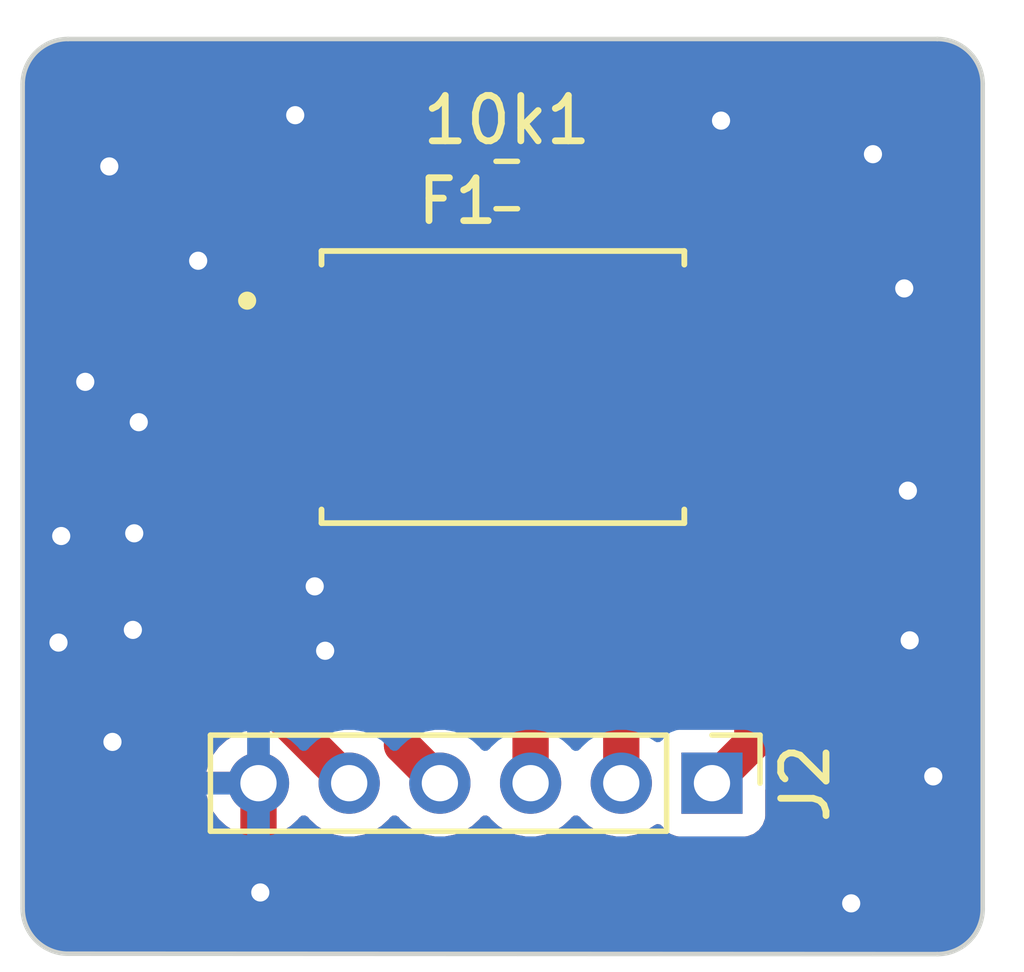
<source format=kicad_pcb>
(kicad_pcb (version 20221018) (generator pcbnew)
  (layers (0 "F.Cu" signal) (31 "B.Cu" signal) (34 "B.Paste" user) (35 "F.Paste" user) (36 "B.SilkS" user "B.Silkscreen") (37 "F.SilkS" user "F.Silkscreen") (38 "B.Mask" user) (39 "F.Mask" user) (44 "Edge.Cuts" user))
  (net 0 "")
  (net 1 "CS")
  (net 2 "VCC")
  (net 3 "D0{slash}MISO")
  (net 5 "GND")
  (net 6 "DI{slash}MOSI")
  (net 8 "Clk")
  (footprint "21xt_footprints:SPIFLASH" (layer "F.Cu") (at 143.64 84.465)
    (fp_text reference "F1" (at -1 -4.1) (layer "F.SilkS") (effects (font (size 0.944882 0.944882))))
    (fp_text value "~")
    (fp_line (start -4 -3) (end 4 -3) (stroke (width 0.127)) (layer "F.SilkS"))
    (fp_line (start -4 -2.7) (end -4 -3) (stroke (width 0.127)) (layer "F.SilkS"))
    (fp_line (start -4 3) (end -4 2.7) (stroke (width 0.127)) (layer "F.SilkS"))
    (fp_line (start 4 -3) (end 4 -2.7) (stroke (width 0.127)) (layer "F.SilkS"))
    (fp_line (start 4 3) (end -4 3) (stroke (width 0.127)) (layer "F.SilkS"))
    (fp_line (start 4 3) (end 4 2.7) (stroke (width 0.127)) (layer "F.SilkS"))
    (fp_circle (center -5.64 -1.905) (end -5.54 -1.905) (stroke (width 0.2)) (fill none) (layer "F.SilkS"))
    (pad "1" smd rect (at -4.15 -1.905) (size 1.5 0.8) (layers "F.Cu" "F.Mask") (net 1 "CS"))
    (pad "2" smd rect (at -4.15 -0.635) (size 1.5 0.8) (layers "F.Cu" "F.Mask") (net 3 "D0{slash}MISO"))
    (pad "3" smd rect (at -4.15 0.635) (size 1.5 0.8) (layers "F.Cu" "F.Mask"))
    (pad "4" smd rect (at -4.15 1.905) (size 1.5 0.8) (layers "F.Cu" "F.Mask") (net 5 "GND"))
    (pad "5" smd rect (at 4.15 1.905) (size 1.5 0.8) (layers "F.Cu" "F.Mask") (net 6 "DI{slash}MOSI"))
    (pad "6" smd rect (at 4.15 0.635) (size 1.5 0.8) (layers "F.Cu" "F.Mask"))
    (pad "7" smd rect (at 4.15 -0.635) (size 1.5 0.8) (layers "F.Cu" "F.Mask") (net 8 "Clk"))
    (pad "8" smd rect (at 4.15 -1.905) (size 1.5 0.8) (layers "F.Cu" "F.Mask") (net 2 "VCC"))
    (pad "9" smd rect (at 0 0) (size 3.25 4.05) (layers "F.Cu" "F.Mask"))
  )
  (footprint "Resistor_SMD:R_0603_1608Metric" (layer "F.Cu") (at 143.725 80.01)
    (fp_text reference "10k1" (at 0 -1.43) (layer "F.SilkS"))
    (fp_text value "Rpu" hide)
    (fp_line (start -0.237258 -0.5225) (end 0.237258 -0.5225) (stroke (width 0.12)) (layer "F.SilkS"))
    (fp_line (start -0.237258 0.5225) (end 0.237258 0.5225) (stroke (width 0.12)) (layer "F.SilkS"))
    (pad "1" smd roundrect (at -0.825 0) (size 0.8 0.95) (layers "F.Cu" "F.Paste" "F.Mask") (net 1 "CS"))
    (pad "2" smd roundrect (at 0.825 0) (size 0.8 0.95) (layers "F.Cu" "F.Paste" "F.Mask") (net 2 "VCC"))
  )
  (footprint "Connector_PinHeader_2.00mm:PinHeader_1x06_P2.00mm_Vertical" (layer "F.Cu") (at 148.25 93.2 -90)
    (fp_text reference "J2" (at 0 -2.06 90) (layer "F.SilkS"))
    (fp_text value "Conn_01x06" hide)
    (fp_line (start -1.06 -1.06) (end 0 -1.06) (stroke (width 0.12)) (layer "F.SilkS"))
    (fp_line (start -1.06 0) (end -1.06 -1.06) (stroke (width 0.12)) (layer "F.SilkS"))
    (fp_line (start -1.06 1) (end -1.06 11.06) (stroke (width 0.12)) (layer "F.SilkS"))
    (fp_line (start -1.06 1) (end 1.06 1) (stroke (width 0.12)) (layer "F.SilkS"))
    (fp_line (start -1.06 11.06) (end 1.06 11.06) (stroke (width 0.12)) (layer "F.SilkS"))
    (fp_line (start 1.06 1) (end 1.06 11.06) (stroke (width 0.12)) (layer "F.SilkS"))
    (pad "1" thru_hole rect (at 0 0 270) (size 1.35 1.35) (drill 0.8) (layers "*.Cu" "*.Mask") (net 2 "VCC"))
    (pad "2" thru_hole oval (at 0 2 270) (size 1.35 1.35) (drill 0.8) (layers "*.Cu" "*.Mask") (net 6 "DI{slash}MOSI"))
    (pad "3" thru_hole oval (at 0 4 270) (size 1.35 1.35) (drill 0.8) (layers "*.Cu" "*.Mask") (net 8 "Clk"))
    (pad "4" thru_hole oval (at 0 6 270) (size 1.35 1.35) (drill 0.8) (layers "*.Cu" "*.Mask") (net 1 "CS"))
    (pad "5" thru_hole oval (at 0 8 270) (size 1.35 1.35) (drill 0.8) (layers "*.Cu" "*.Mask") (net 3 "D0{slash}MISO"))
    (pad "6" thru_hole oval (at 0 10 270) (size 1.35 1.35) (drill 0.8) (layers "*.Cu" "*.Mask") (net 5 "GND"))
  )
  (gr_line (start 154.22 95.969528) (end 154.22 77.79) (stroke (width 0.1)) (layer "Edge.Cuts"))
  (gr_arc (start 153.22 76.79) (mid 153.927107 77.082893) (end 154.22 77.79) (stroke (width 0.1)) (layer "Edge.Cuts"))
  (gr_line (start 134.049528 96.960472) (end 153.219528 96.969527) (stroke (width 0.1)) (layer "Edge.Cuts"))
  (gr_arc (start 154.22 95.969528) (mid 153.92694 96.676802) (end 153.219528 96.969527) (stroke (width 0.1)) (layer "Edge.Cuts"))
  (gr_arc (start 134.049528 96.960472) (mid 133.342736 96.66741) (end 133.05 95.960472) (stroke (width 0.1)) (layer "Edge.Cuts"))
  (gr_arc (start 133.05 77.79) (mid 133.342893 77.082893) (end 134.05 76.79) (stroke (width 0.1)) (layer "Edge.Cuts"))
  (gr_line (start 133.05 77.79) (end 133.05 95.960472) (stroke (width 0.1)) (layer "Edge.Cuts"))
  (gr_line (start 153.22 76.79) (end 134.05 76.79) (stroke (width 0.1)) (layer "Edge.Cuts"))
  (segment (start 142.25 93.2) (end 141.415 92.365) (width 0.8) (layer "F.Cu") (net 1))
  (segment (start 142.04 80.01) (end 139.49 82.56) (width 0.8) (layer "F.Cu") (net 1))
  (segment (start 142.9 80.01) (end 142.04 80.01) (width 0.8) (layer "F.Cu") (net 1))
  (segment (start 141.415 92.365) (end 141.415 83.735) (width 0.8) (layer "F.Cu") (net 1))
  (segment (start 140.24 82.56) (end 139.49 82.56) (width 0.8) (layer "F.Cu") (net 1))
  (segment (start 141.415 83.735) (end 140.24 82.56) (width 0.8) (layer "F.Cu") (net 1))
  (segment (start 147.79 82.56) (end 148.54 82.56) (width 0.8) (layer "F.Cu") (net 2))
  (segment (start 149.14 92.31) (end 148.25 93.2) (width 0.8) (layer "F.Cu") (net 2))
  (segment (start 144.55 80.01) (end 145.24 80.01) (width 0.8) (layer "F.Cu") (net 2))
  (segment (start 145.24 80.01) (end 147.79 82.56) (width 0.8) (layer "F.Cu") (net 2))
  (segment (start 148.54 82.56) (end 149.14 83.16) (width 0.8) (layer "F.Cu") (net 2))
  (segment (start 149.14 83.16) (end 149.14 92.31) (width 0.8) (layer "F.Cu") (net 2))
  (segment (start 137.41 90.36) (end 137.41 84.9) (width 0.8) (layer "F.Cu") (net 3))
  (segment (start 138.48 83.83) (end 139.49 83.83) (width 0.8) (layer "F.Cu") (net 3))
  (segment (start 137.41 84.9) (end 138.48 83.83) (width 0.8) (layer "F.Cu") (net 3))
  (segment (start 140.25 93.2) (end 137.41 90.36) (width 0.8) (layer "F.Cu") (net 3))
  (segment (start 139.49 86.37) (end 139.49 88.86) (width 0.8) (layer "F.Cu") (net 5))
  (segment (start 138.25 93.2) (end 138.25 95.57) (width 0.8) (layer "F.Cu") (net 5))
  (segment (start 138.25 95.57) (end 138.29 95.61) (width 0.8) (layer "F.Cu") (net 5))
  (via (at 135.61 85.24) (size 0.8) (drill 0.4) (layers "F.Cu" "B.Cu") (net 5))
  (via (at 135.48 89.82) (size 0.8) (drill 0.4) (layers "F.Cu" "B.Cu") (net 5))
  (via (at 151.32 95.85) (size 0.8) (drill 0.4) (layers "F.Cu" "B.Cu") (net 5))
  (via (at 152.61 90.05) (size 0.8) (drill 0.4) (layers "F.Cu" "B.Cu") (net 5))
  (via (at 134.43 84.35) (size 0.8) (drill 0.4) (layers "F.Cu" "B.Cu") (net 5))
  (via (at 151.8 79.33) (size 0.8) (drill 0.4) (layers "F.Cu" "B.Cu") (net 5))
  (via (at 139.49 88.86) (size 0.8) (drill 0.4) (layers "F.Cu" "B.Cu") (net 5))
  (via (at 148.45 78.59) (size 0.8) (drill 0.4) (layers "F.Cu" "B.Cu") (net 5))
  (via (at 135.51 87.69) (size 0.8) (drill 0.4) (layers "F.Cu" "B.Cu") (net 5))
  (via (at 136.92 81.68) (size 0.8) (drill 0.4) (layers "F.Cu" "B.Cu") (net 5))
  (via (at 152.57 86.75) (size 0.8) (drill 0.4) (layers "F.Cu" "B.Cu") (net 5))
  (via (at 133.84 90.1) (size 0.8) (drill 0.4) (layers "F.Cu" "B.Cu") (net 5))
  (via (at 133.9 87.75) (size 0.8) (drill 0.4) (layers "F.Cu" "B.Cu") (net 5))
  (via (at 139.06 78.47) (size 0.8) (drill 0.4) (layers "F.Cu" "B.Cu") (net 5))
  (via (at 152.49 82.29) (size 0.8) (drill 0.4) (layers "F.Cu" "B.Cu") (net 5))
  (via (at 135.03 92.29) (size 0.8) (drill 0.4) (layers "F.Cu" "B.Cu") (net 5))
  (via (at 134.96 79.6) (size 0.8) (drill 0.4) (layers "F.Cu" "B.Cu") (net 5))
  (via (at 153.13 93.05) (size 0.8) (drill 0.4) (layers "F.Cu" "B.Cu") (net 5))
  (via (at 138.29 95.61) (size 0.8) (drill 0.4) (layers "F.Cu" "B.Cu") (net 5))
  (via (at 139.72 90.28) (size 0.8) (drill 0.4) (layers "F.Cu" "B.Cu") (net 5))
  (segment (start 146.25 93.2) (end 146.25 89.97) (width 0.8) (layer "F.Cu") (net 6))
  (segment (start 147.79 88.43) (end 147.79 86.37) (width 0.8) (layer "F.Cu") (net 6))
  (segment (start 146.25 89.97) (end 147.79 88.43) (width 0.8) (layer "F.Cu") (net 6))
  (segment (start 146.84 83.83) (end 147.79 83.83) (width 0.8) (layer "F.Cu") (net 8))
  (segment (start 146.15 84.52) (end 146.84 83.83) (width 0.8) (layer "F.Cu") (net 8))
  (segment (start 144.25 90.41) (end 146.15 88.51) (width 0.8) (layer "F.Cu") (net 8))
  (segment (start 144.25 93.2) (end 144.25 90.41) (width 0.8) (layer "F.Cu") (net 8))
  (segment (start 146.15 88.51) (end 146.15 84.52) (width 0.8) (layer "F.Cu") (net 8))
  (zone (net 5) (net_name "GND") (layers "F&B.Cu") (priority 1) (connect_pads (clearance 0.5)) (min_thickness 0.25) (fill yes (thermal_gap 0.5) (thermal_bridge_width 0.5))
    (polygon (pts (xy 154.74 75.93) (xy 132.55 76.34) (xy 132.71 97.3) (xy 155.15 97.39)))
  )
)
</source>
